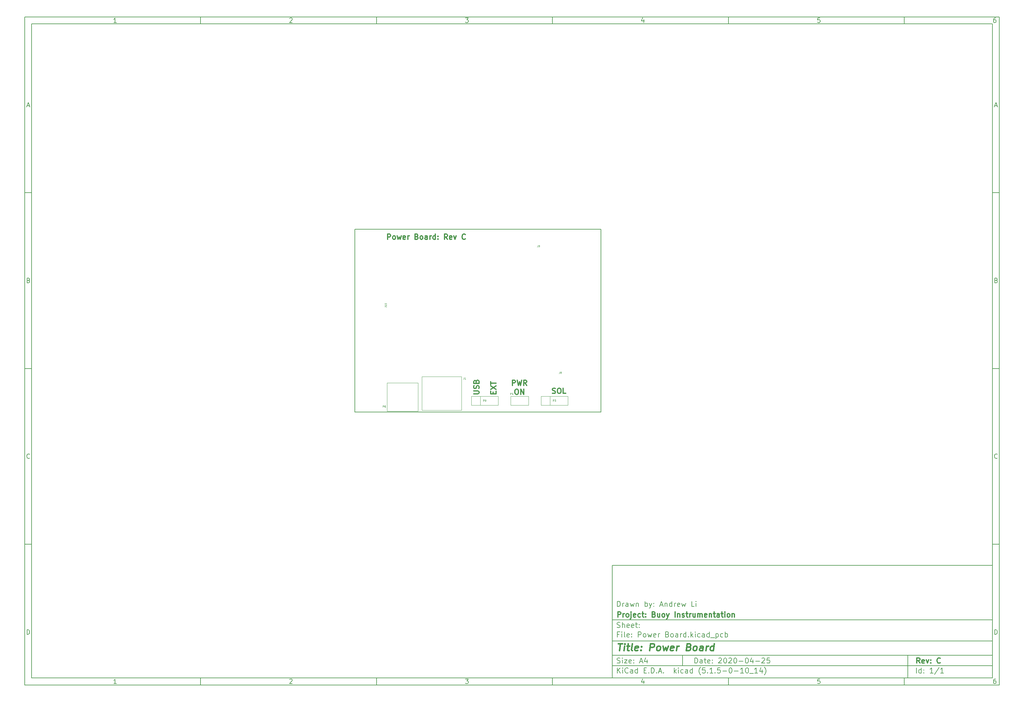
<source format=gto>
G04 #@! TF.GenerationSoftware,KiCad,Pcbnew,(5.1.5-0-10_14)*
G04 #@! TF.CreationDate,2020-04-26T15:29:48+12:00*
G04 #@! TF.ProjectId,Power Board,506f7765-7220-4426-9f61-72642e6b6963,C*
G04 #@! TF.SameCoordinates,Original*
G04 #@! TF.FileFunction,Legend,Top*
G04 #@! TF.FilePolarity,Positive*
%FSLAX46Y46*%
G04 Gerber Fmt 4.6, Leading zero omitted, Abs format (unit mm)*
G04 Created by KiCad (PCBNEW (5.1.5-0-10_14)) date 2020-04-26 15:29:48*
%MOMM*%
%LPD*%
G04 APERTURE LIST*
%ADD10C,0.100000*%
%ADD11C,0.150000*%
%ADD12C,0.300000*%
%ADD13C,0.400000*%
%ADD14C,0.200000*%
G04 APERTURE END LIST*
D10*
D11*
X177002200Y-166007200D02*
X177002200Y-198007200D01*
X285002200Y-198007200D01*
X285002200Y-166007200D01*
X177002200Y-166007200D01*
D10*
D11*
X10000000Y-10000000D02*
X10000000Y-200007200D01*
X287002200Y-200007200D01*
X287002200Y-10000000D01*
X10000000Y-10000000D01*
D10*
D11*
X12000000Y-12000000D02*
X12000000Y-198007200D01*
X285002200Y-198007200D01*
X285002200Y-12000000D01*
X12000000Y-12000000D01*
D10*
D11*
X60000000Y-12000000D02*
X60000000Y-10000000D01*
D10*
D11*
X110000000Y-12000000D02*
X110000000Y-10000000D01*
D10*
D11*
X160000000Y-12000000D02*
X160000000Y-10000000D01*
D10*
D11*
X210000000Y-12000000D02*
X210000000Y-10000000D01*
D10*
D11*
X260000000Y-12000000D02*
X260000000Y-10000000D01*
D10*
D11*
X36065476Y-11588095D02*
X35322619Y-11588095D01*
X35694047Y-11588095D02*
X35694047Y-10288095D01*
X35570238Y-10473809D01*
X35446428Y-10597619D01*
X35322619Y-10659523D01*
D10*
D11*
X85322619Y-10411904D02*
X85384523Y-10350000D01*
X85508333Y-10288095D01*
X85817857Y-10288095D01*
X85941666Y-10350000D01*
X86003571Y-10411904D01*
X86065476Y-10535714D01*
X86065476Y-10659523D01*
X86003571Y-10845238D01*
X85260714Y-11588095D01*
X86065476Y-11588095D01*
D10*
D11*
X135260714Y-10288095D02*
X136065476Y-10288095D01*
X135632142Y-10783333D01*
X135817857Y-10783333D01*
X135941666Y-10845238D01*
X136003571Y-10907142D01*
X136065476Y-11030952D01*
X136065476Y-11340476D01*
X136003571Y-11464285D01*
X135941666Y-11526190D01*
X135817857Y-11588095D01*
X135446428Y-11588095D01*
X135322619Y-11526190D01*
X135260714Y-11464285D01*
D10*
D11*
X185941666Y-10721428D02*
X185941666Y-11588095D01*
X185632142Y-10226190D02*
X185322619Y-11154761D01*
X186127380Y-11154761D01*
D10*
D11*
X236003571Y-10288095D02*
X235384523Y-10288095D01*
X235322619Y-10907142D01*
X235384523Y-10845238D01*
X235508333Y-10783333D01*
X235817857Y-10783333D01*
X235941666Y-10845238D01*
X236003571Y-10907142D01*
X236065476Y-11030952D01*
X236065476Y-11340476D01*
X236003571Y-11464285D01*
X235941666Y-11526190D01*
X235817857Y-11588095D01*
X235508333Y-11588095D01*
X235384523Y-11526190D01*
X235322619Y-11464285D01*
D10*
D11*
X285941666Y-10288095D02*
X285694047Y-10288095D01*
X285570238Y-10350000D01*
X285508333Y-10411904D01*
X285384523Y-10597619D01*
X285322619Y-10845238D01*
X285322619Y-11340476D01*
X285384523Y-11464285D01*
X285446428Y-11526190D01*
X285570238Y-11588095D01*
X285817857Y-11588095D01*
X285941666Y-11526190D01*
X286003571Y-11464285D01*
X286065476Y-11340476D01*
X286065476Y-11030952D01*
X286003571Y-10907142D01*
X285941666Y-10845238D01*
X285817857Y-10783333D01*
X285570238Y-10783333D01*
X285446428Y-10845238D01*
X285384523Y-10907142D01*
X285322619Y-11030952D01*
D10*
D11*
X60000000Y-198007200D02*
X60000000Y-200007200D01*
D10*
D11*
X110000000Y-198007200D02*
X110000000Y-200007200D01*
D10*
D11*
X160000000Y-198007200D02*
X160000000Y-200007200D01*
D10*
D11*
X210000000Y-198007200D02*
X210000000Y-200007200D01*
D10*
D11*
X260000000Y-198007200D02*
X260000000Y-200007200D01*
D10*
D11*
X36065476Y-199595295D02*
X35322619Y-199595295D01*
X35694047Y-199595295D02*
X35694047Y-198295295D01*
X35570238Y-198481009D01*
X35446428Y-198604819D01*
X35322619Y-198666723D01*
D10*
D11*
X85322619Y-198419104D02*
X85384523Y-198357200D01*
X85508333Y-198295295D01*
X85817857Y-198295295D01*
X85941666Y-198357200D01*
X86003571Y-198419104D01*
X86065476Y-198542914D01*
X86065476Y-198666723D01*
X86003571Y-198852438D01*
X85260714Y-199595295D01*
X86065476Y-199595295D01*
D10*
D11*
X135260714Y-198295295D02*
X136065476Y-198295295D01*
X135632142Y-198790533D01*
X135817857Y-198790533D01*
X135941666Y-198852438D01*
X136003571Y-198914342D01*
X136065476Y-199038152D01*
X136065476Y-199347676D01*
X136003571Y-199471485D01*
X135941666Y-199533390D01*
X135817857Y-199595295D01*
X135446428Y-199595295D01*
X135322619Y-199533390D01*
X135260714Y-199471485D01*
D10*
D11*
X185941666Y-198728628D02*
X185941666Y-199595295D01*
X185632142Y-198233390D02*
X185322619Y-199161961D01*
X186127380Y-199161961D01*
D10*
D11*
X236003571Y-198295295D02*
X235384523Y-198295295D01*
X235322619Y-198914342D01*
X235384523Y-198852438D01*
X235508333Y-198790533D01*
X235817857Y-198790533D01*
X235941666Y-198852438D01*
X236003571Y-198914342D01*
X236065476Y-199038152D01*
X236065476Y-199347676D01*
X236003571Y-199471485D01*
X235941666Y-199533390D01*
X235817857Y-199595295D01*
X235508333Y-199595295D01*
X235384523Y-199533390D01*
X235322619Y-199471485D01*
D10*
D11*
X285941666Y-198295295D02*
X285694047Y-198295295D01*
X285570238Y-198357200D01*
X285508333Y-198419104D01*
X285384523Y-198604819D01*
X285322619Y-198852438D01*
X285322619Y-199347676D01*
X285384523Y-199471485D01*
X285446428Y-199533390D01*
X285570238Y-199595295D01*
X285817857Y-199595295D01*
X285941666Y-199533390D01*
X286003571Y-199471485D01*
X286065476Y-199347676D01*
X286065476Y-199038152D01*
X286003571Y-198914342D01*
X285941666Y-198852438D01*
X285817857Y-198790533D01*
X285570238Y-198790533D01*
X285446428Y-198852438D01*
X285384523Y-198914342D01*
X285322619Y-199038152D01*
D10*
D11*
X10000000Y-60000000D02*
X12000000Y-60000000D01*
D10*
D11*
X10000000Y-110000000D02*
X12000000Y-110000000D01*
D10*
D11*
X10000000Y-160000000D02*
X12000000Y-160000000D01*
D10*
D11*
X10690476Y-35216666D02*
X11309523Y-35216666D01*
X10566666Y-35588095D02*
X11000000Y-34288095D01*
X11433333Y-35588095D01*
D10*
D11*
X11092857Y-84907142D02*
X11278571Y-84969047D01*
X11340476Y-85030952D01*
X11402380Y-85154761D01*
X11402380Y-85340476D01*
X11340476Y-85464285D01*
X11278571Y-85526190D01*
X11154761Y-85588095D01*
X10659523Y-85588095D01*
X10659523Y-84288095D01*
X11092857Y-84288095D01*
X11216666Y-84350000D01*
X11278571Y-84411904D01*
X11340476Y-84535714D01*
X11340476Y-84659523D01*
X11278571Y-84783333D01*
X11216666Y-84845238D01*
X11092857Y-84907142D01*
X10659523Y-84907142D01*
D10*
D11*
X11402380Y-135464285D02*
X11340476Y-135526190D01*
X11154761Y-135588095D01*
X11030952Y-135588095D01*
X10845238Y-135526190D01*
X10721428Y-135402380D01*
X10659523Y-135278571D01*
X10597619Y-135030952D01*
X10597619Y-134845238D01*
X10659523Y-134597619D01*
X10721428Y-134473809D01*
X10845238Y-134350000D01*
X11030952Y-134288095D01*
X11154761Y-134288095D01*
X11340476Y-134350000D01*
X11402380Y-134411904D01*
D10*
D11*
X10659523Y-185588095D02*
X10659523Y-184288095D01*
X10969047Y-184288095D01*
X11154761Y-184350000D01*
X11278571Y-184473809D01*
X11340476Y-184597619D01*
X11402380Y-184845238D01*
X11402380Y-185030952D01*
X11340476Y-185278571D01*
X11278571Y-185402380D01*
X11154761Y-185526190D01*
X10969047Y-185588095D01*
X10659523Y-185588095D01*
D10*
D11*
X287002200Y-60000000D02*
X285002200Y-60000000D01*
D10*
D11*
X287002200Y-110000000D02*
X285002200Y-110000000D01*
D10*
D11*
X287002200Y-160000000D02*
X285002200Y-160000000D01*
D10*
D11*
X285692676Y-35216666D02*
X286311723Y-35216666D01*
X285568866Y-35588095D02*
X286002200Y-34288095D01*
X286435533Y-35588095D01*
D10*
D11*
X286095057Y-84907142D02*
X286280771Y-84969047D01*
X286342676Y-85030952D01*
X286404580Y-85154761D01*
X286404580Y-85340476D01*
X286342676Y-85464285D01*
X286280771Y-85526190D01*
X286156961Y-85588095D01*
X285661723Y-85588095D01*
X285661723Y-84288095D01*
X286095057Y-84288095D01*
X286218866Y-84350000D01*
X286280771Y-84411904D01*
X286342676Y-84535714D01*
X286342676Y-84659523D01*
X286280771Y-84783333D01*
X286218866Y-84845238D01*
X286095057Y-84907142D01*
X285661723Y-84907142D01*
D10*
D11*
X286404580Y-135464285D02*
X286342676Y-135526190D01*
X286156961Y-135588095D01*
X286033152Y-135588095D01*
X285847438Y-135526190D01*
X285723628Y-135402380D01*
X285661723Y-135278571D01*
X285599819Y-135030952D01*
X285599819Y-134845238D01*
X285661723Y-134597619D01*
X285723628Y-134473809D01*
X285847438Y-134350000D01*
X286033152Y-134288095D01*
X286156961Y-134288095D01*
X286342676Y-134350000D01*
X286404580Y-134411904D01*
D10*
D11*
X285661723Y-185588095D02*
X285661723Y-184288095D01*
X285971247Y-184288095D01*
X286156961Y-184350000D01*
X286280771Y-184473809D01*
X286342676Y-184597619D01*
X286404580Y-184845238D01*
X286404580Y-185030952D01*
X286342676Y-185278571D01*
X286280771Y-185402380D01*
X286156961Y-185526190D01*
X285971247Y-185588095D01*
X285661723Y-185588095D01*
D10*
D11*
X200434342Y-193785771D02*
X200434342Y-192285771D01*
X200791485Y-192285771D01*
X201005771Y-192357200D01*
X201148628Y-192500057D01*
X201220057Y-192642914D01*
X201291485Y-192928628D01*
X201291485Y-193142914D01*
X201220057Y-193428628D01*
X201148628Y-193571485D01*
X201005771Y-193714342D01*
X200791485Y-193785771D01*
X200434342Y-193785771D01*
X202577200Y-193785771D02*
X202577200Y-193000057D01*
X202505771Y-192857200D01*
X202362914Y-192785771D01*
X202077200Y-192785771D01*
X201934342Y-192857200D01*
X202577200Y-193714342D02*
X202434342Y-193785771D01*
X202077200Y-193785771D01*
X201934342Y-193714342D01*
X201862914Y-193571485D01*
X201862914Y-193428628D01*
X201934342Y-193285771D01*
X202077200Y-193214342D01*
X202434342Y-193214342D01*
X202577200Y-193142914D01*
X203077200Y-192785771D02*
X203648628Y-192785771D01*
X203291485Y-192285771D02*
X203291485Y-193571485D01*
X203362914Y-193714342D01*
X203505771Y-193785771D01*
X203648628Y-193785771D01*
X204720057Y-193714342D02*
X204577200Y-193785771D01*
X204291485Y-193785771D01*
X204148628Y-193714342D01*
X204077200Y-193571485D01*
X204077200Y-193000057D01*
X204148628Y-192857200D01*
X204291485Y-192785771D01*
X204577200Y-192785771D01*
X204720057Y-192857200D01*
X204791485Y-193000057D01*
X204791485Y-193142914D01*
X204077200Y-193285771D01*
X205434342Y-193642914D02*
X205505771Y-193714342D01*
X205434342Y-193785771D01*
X205362914Y-193714342D01*
X205434342Y-193642914D01*
X205434342Y-193785771D01*
X205434342Y-192857200D02*
X205505771Y-192928628D01*
X205434342Y-193000057D01*
X205362914Y-192928628D01*
X205434342Y-192857200D01*
X205434342Y-193000057D01*
X207220057Y-192428628D02*
X207291485Y-192357200D01*
X207434342Y-192285771D01*
X207791485Y-192285771D01*
X207934342Y-192357200D01*
X208005771Y-192428628D01*
X208077200Y-192571485D01*
X208077200Y-192714342D01*
X208005771Y-192928628D01*
X207148628Y-193785771D01*
X208077200Y-193785771D01*
X209005771Y-192285771D02*
X209148628Y-192285771D01*
X209291485Y-192357200D01*
X209362914Y-192428628D01*
X209434342Y-192571485D01*
X209505771Y-192857200D01*
X209505771Y-193214342D01*
X209434342Y-193500057D01*
X209362914Y-193642914D01*
X209291485Y-193714342D01*
X209148628Y-193785771D01*
X209005771Y-193785771D01*
X208862914Y-193714342D01*
X208791485Y-193642914D01*
X208720057Y-193500057D01*
X208648628Y-193214342D01*
X208648628Y-192857200D01*
X208720057Y-192571485D01*
X208791485Y-192428628D01*
X208862914Y-192357200D01*
X209005771Y-192285771D01*
X210077200Y-192428628D02*
X210148628Y-192357200D01*
X210291485Y-192285771D01*
X210648628Y-192285771D01*
X210791485Y-192357200D01*
X210862914Y-192428628D01*
X210934342Y-192571485D01*
X210934342Y-192714342D01*
X210862914Y-192928628D01*
X210005771Y-193785771D01*
X210934342Y-193785771D01*
X211862914Y-192285771D02*
X212005771Y-192285771D01*
X212148628Y-192357200D01*
X212220057Y-192428628D01*
X212291485Y-192571485D01*
X212362914Y-192857200D01*
X212362914Y-193214342D01*
X212291485Y-193500057D01*
X212220057Y-193642914D01*
X212148628Y-193714342D01*
X212005771Y-193785771D01*
X211862914Y-193785771D01*
X211720057Y-193714342D01*
X211648628Y-193642914D01*
X211577200Y-193500057D01*
X211505771Y-193214342D01*
X211505771Y-192857200D01*
X211577200Y-192571485D01*
X211648628Y-192428628D01*
X211720057Y-192357200D01*
X211862914Y-192285771D01*
X213005771Y-193214342D02*
X214148628Y-193214342D01*
X215148628Y-192285771D02*
X215291485Y-192285771D01*
X215434342Y-192357200D01*
X215505771Y-192428628D01*
X215577200Y-192571485D01*
X215648628Y-192857200D01*
X215648628Y-193214342D01*
X215577200Y-193500057D01*
X215505771Y-193642914D01*
X215434342Y-193714342D01*
X215291485Y-193785771D01*
X215148628Y-193785771D01*
X215005771Y-193714342D01*
X214934342Y-193642914D01*
X214862914Y-193500057D01*
X214791485Y-193214342D01*
X214791485Y-192857200D01*
X214862914Y-192571485D01*
X214934342Y-192428628D01*
X215005771Y-192357200D01*
X215148628Y-192285771D01*
X216934342Y-192785771D02*
X216934342Y-193785771D01*
X216577200Y-192214342D02*
X216220057Y-193285771D01*
X217148628Y-193285771D01*
X217720057Y-193214342D02*
X218862914Y-193214342D01*
X219505771Y-192428628D02*
X219577200Y-192357200D01*
X219720057Y-192285771D01*
X220077200Y-192285771D01*
X220220057Y-192357200D01*
X220291485Y-192428628D01*
X220362914Y-192571485D01*
X220362914Y-192714342D01*
X220291485Y-192928628D01*
X219434342Y-193785771D01*
X220362914Y-193785771D01*
X221720057Y-192285771D02*
X221005771Y-192285771D01*
X220934342Y-193000057D01*
X221005771Y-192928628D01*
X221148628Y-192857200D01*
X221505771Y-192857200D01*
X221648628Y-192928628D01*
X221720057Y-193000057D01*
X221791485Y-193142914D01*
X221791485Y-193500057D01*
X221720057Y-193642914D01*
X221648628Y-193714342D01*
X221505771Y-193785771D01*
X221148628Y-193785771D01*
X221005771Y-193714342D01*
X220934342Y-193642914D01*
D10*
D11*
X177002200Y-194507200D02*
X285002200Y-194507200D01*
D10*
D11*
X178434342Y-196585771D02*
X178434342Y-195085771D01*
X179291485Y-196585771D02*
X178648628Y-195728628D01*
X179291485Y-195085771D02*
X178434342Y-195942914D01*
X179934342Y-196585771D02*
X179934342Y-195585771D01*
X179934342Y-195085771D02*
X179862914Y-195157200D01*
X179934342Y-195228628D01*
X180005771Y-195157200D01*
X179934342Y-195085771D01*
X179934342Y-195228628D01*
X181505771Y-196442914D02*
X181434342Y-196514342D01*
X181220057Y-196585771D01*
X181077200Y-196585771D01*
X180862914Y-196514342D01*
X180720057Y-196371485D01*
X180648628Y-196228628D01*
X180577200Y-195942914D01*
X180577200Y-195728628D01*
X180648628Y-195442914D01*
X180720057Y-195300057D01*
X180862914Y-195157200D01*
X181077200Y-195085771D01*
X181220057Y-195085771D01*
X181434342Y-195157200D01*
X181505771Y-195228628D01*
X182791485Y-196585771D02*
X182791485Y-195800057D01*
X182720057Y-195657200D01*
X182577200Y-195585771D01*
X182291485Y-195585771D01*
X182148628Y-195657200D01*
X182791485Y-196514342D02*
X182648628Y-196585771D01*
X182291485Y-196585771D01*
X182148628Y-196514342D01*
X182077200Y-196371485D01*
X182077200Y-196228628D01*
X182148628Y-196085771D01*
X182291485Y-196014342D01*
X182648628Y-196014342D01*
X182791485Y-195942914D01*
X184148628Y-196585771D02*
X184148628Y-195085771D01*
X184148628Y-196514342D02*
X184005771Y-196585771D01*
X183720057Y-196585771D01*
X183577200Y-196514342D01*
X183505771Y-196442914D01*
X183434342Y-196300057D01*
X183434342Y-195871485D01*
X183505771Y-195728628D01*
X183577200Y-195657200D01*
X183720057Y-195585771D01*
X184005771Y-195585771D01*
X184148628Y-195657200D01*
X186005771Y-195800057D02*
X186505771Y-195800057D01*
X186720057Y-196585771D02*
X186005771Y-196585771D01*
X186005771Y-195085771D01*
X186720057Y-195085771D01*
X187362914Y-196442914D02*
X187434342Y-196514342D01*
X187362914Y-196585771D01*
X187291485Y-196514342D01*
X187362914Y-196442914D01*
X187362914Y-196585771D01*
X188077200Y-196585771D02*
X188077200Y-195085771D01*
X188434342Y-195085771D01*
X188648628Y-195157200D01*
X188791485Y-195300057D01*
X188862914Y-195442914D01*
X188934342Y-195728628D01*
X188934342Y-195942914D01*
X188862914Y-196228628D01*
X188791485Y-196371485D01*
X188648628Y-196514342D01*
X188434342Y-196585771D01*
X188077200Y-196585771D01*
X189577200Y-196442914D02*
X189648628Y-196514342D01*
X189577200Y-196585771D01*
X189505771Y-196514342D01*
X189577200Y-196442914D01*
X189577200Y-196585771D01*
X190220057Y-196157200D02*
X190934342Y-196157200D01*
X190077200Y-196585771D02*
X190577200Y-195085771D01*
X191077200Y-196585771D01*
X191577200Y-196442914D02*
X191648628Y-196514342D01*
X191577200Y-196585771D01*
X191505771Y-196514342D01*
X191577200Y-196442914D01*
X191577200Y-196585771D01*
X194577200Y-196585771D02*
X194577200Y-195085771D01*
X194720057Y-196014342D02*
X195148628Y-196585771D01*
X195148628Y-195585771D02*
X194577200Y-196157200D01*
X195791485Y-196585771D02*
X195791485Y-195585771D01*
X195791485Y-195085771D02*
X195720057Y-195157200D01*
X195791485Y-195228628D01*
X195862914Y-195157200D01*
X195791485Y-195085771D01*
X195791485Y-195228628D01*
X197148628Y-196514342D02*
X197005771Y-196585771D01*
X196720057Y-196585771D01*
X196577200Y-196514342D01*
X196505771Y-196442914D01*
X196434342Y-196300057D01*
X196434342Y-195871485D01*
X196505771Y-195728628D01*
X196577200Y-195657200D01*
X196720057Y-195585771D01*
X197005771Y-195585771D01*
X197148628Y-195657200D01*
X198434342Y-196585771D02*
X198434342Y-195800057D01*
X198362914Y-195657200D01*
X198220057Y-195585771D01*
X197934342Y-195585771D01*
X197791485Y-195657200D01*
X198434342Y-196514342D02*
X198291485Y-196585771D01*
X197934342Y-196585771D01*
X197791485Y-196514342D01*
X197720057Y-196371485D01*
X197720057Y-196228628D01*
X197791485Y-196085771D01*
X197934342Y-196014342D01*
X198291485Y-196014342D01*
X198434342Y-195942914D01*
X199791485Y-196585771D02*
X199791485Y-195085771D01*
X199791485Y-196514342D02*
X199648628Y-196585771D01*
X199362914Y-196585771D01*
X199220057Y-196514342D01*
X199148628Y-196442914D01*
X199077200Y-196300057D01*
X199077200Y-195871485D01*
X199148628Y-195728628D01*
X199220057Y-195657200D01*
X199362914Y-195585771D01*
X199648628Y-195585771D01*
X199791485Y-195657200D01*
X202077200Y-197157200D02*
X202005771Y-197085771D01*
X201862914Y-196871485D01*
X201791485Y-196728628D01*
X201720057Y-196514342D01*
X201648628Y-196157200D01*
X201648628Y-195871485D01*
X201720057Y-195514342D01*
X201791485Y-195300057D01*
X201862914Y-195157200D01*
X202005771Y-194942914D01*
X202077200Y-194871485D01*
X203362914Y-195085771D02*
X202648628Y-195085771D01*
X202577200Y-195800057D01*
X202648628Y-195728628D01*
X202791485Y-195657200D01*
X203148628Y-195657200D01*
X203291485Y-195728628D01*
X203362914Y-195800057D01*
X203434342Y-195942914D01*
X203434342Y-196300057D01*
X203362914Y-196442914D01*
X203291485Y-196514342D01*
X203148628Y-196585771D01*
X202791485Y-196585771D01*
X202648628Y-196514342D01*
X202577200Y-196442914D01*
X204077200Y-196442914D02*
X204148628Y-196514342D01*
X204077200Y-196585771D01*
X204005771Y-196514342D01*
X204077200Y-196442914D01*
X204077200Y-196585771D01*
X205577200Y-196585771D02*
X204720057Y-196585771D01*
X205148628Y-196585771D02*
X205148628Y-195085771D01*
X205005771Y-195300057D01*
X204862914Y-195442914D01*
X204720057Y-195514342D01*
X206220057Y-196442914D02*
X206291485Y-196514342D01*
X206220057Y-196585771D01*
X206148628Y-196514342D01*
X206220057Y-196442914D01*
X206220057Y-196585771D01*
X207648628Y-195085771D02*
X206934342Y-195085771D01*
X206862914Y-195800057D01*
X206934342Y-195728628D01*
X207077200Y-195657200D01*
X207434342Y-195657200D01*
X207577200Y-195728628D01*
X207648628Y-195800057D01*
X207720057Y-195942914D01*
X207720057Y-196300057D01*
X207648628Y-196442914D01*
X207577200Y-196514342D01*
X207434342Y-196585771D01*
X207077200Y-196585771D01*
X206934342Y-196514342D01*
X206862914Y-196442914D01*
X208362914Y-196014342D02*
X209505771Y-196014342D01*
X210505771Y-195085771D02*
X210648628Y-195085771D01*
X210791485Y-195157200D01*
X210862914Y-195228628D01*
X210934342Y-195371485D01*
X211005771Y-195657200D01*
X211005771Y-196014342D01*
X210934342Y-196300057D01*
X210862914Y-196442914D01*
X210791485Y-196514342D01*
X210648628Y-196585771D01*
X210505771Y-196585771D01*
X210362914Y-196514342D01*
X210291485Y-196442914D01*
X210220057Y-196300057D01*
X210148628Y-196014342D01*
X210148628Y-195657200D01*
X210220057Y-195371485D01*
X210291485Y-195228628D01*
X210362914Y-195157200D01*
X210505771Y-195085771D01*
X211648628Y-196014342D02*
X212791485Y-196014342D01*
X214291485Y-196585771D02*
X213434342Y-196585771D01*
X213862914Y-196585771D02*
X213862914Y-195085771D01*
X213720057Y-195300057D01*
X213577200Y-195442914D01*
X213434342Y-195514342D01*
X215220057Y-195085771D02*
X215362914Y-195085771D01*
X215505771Y-195157200D01*
X215577200Y-195228628D01*
X215648628Y-195371485D01*
X215720057Y-195657200D01*
X215720057Y-196014342D01*
X215648628Y-196300057D01*
X215577200Y-196442914D01*
X215505771Y-196514342D01*
X215362914Y-196585771D01*
X215220057Y-196585771D01*
X215077200Y-196514342D01*
X215005771Y-196442914D01*
X214934342Y-196300057D01*
X214862914Y-196014342D01*
X214862914Y-195657200D01*
X214934342Y-195371485D01*
X215005771Y-195228628D01*
X215077200Y-195157200D01*
X215220057Y-195085771D01*
X216005771Y-196728628D02*
X217148628Y-196728628D01*
X218291485Y-196585771D02*
X217434342Y-196585771D01*
X217862914Y-196585771D02*
X217862914Y-195085771D01*
X217720057Y-195300057D01*
X217577200Y-195442914D01*
X217434342Y-195514342D01*
X219577200Y-195585771D02*
X219577200Y-196585771D01*
X219220057Y-195014342D02*
X218862914Y-196085771D01*
X219791485Y-196085771D01*
X220220057Y-197157200D02*
X220291485Y-197085771D01*
X220434342Y-196871485D01*
X220505771Y-196728628D01*
X220577200Y-196514342D01*
X220648628Y-196157200D01*
X220648628Y-195871485D01*
X220577200Y-195514342D01*
X220505771Y-195300057D01*
X220434342Y-195157200D01*
X220291485Y-194942914D01*
X220220057Y-194871485D01*
D10*
D11*
X177002200Y-191507200D02*
X285002200Y-191507200D01*
D10*
D12*
X264411485Y-193785771D02*
X263911485Y-193071485D01*
X263554342Y-193785771D02*
X263554342Y-192285771D01*
X264125771Y-192285771D01*
X264268628Y-192357200D01*
X264340057Y-192428628D01*
X264411485Y-192571485D01*
X264411485Y-192785771D01*
X264340057Y-192928628D01*
X264268628Y-193000057D01*
X264125771Y-193071485D01*
X263554342Y-193071485D01*
X265625771Y-193714342D02*
X265482914Y-193785771D01*
X265197200Y-193785771D01*
X265054342Y-193714342D01*
X264982914Y-193571485D01*
X264982914Y-193000057D01*
X265054342Y-192857200D01*
X265197200Y-192785771D01*
X265482914Y-192785771D01*
X265625771Y-192857200D01*
X265697200Y-193000057D01*
X265697200Y-193142914D01*
X264982914Y-193285771D01*
X266197200Y-192785771D02*
X266554342Y-193785771D01*
X266911485Y-192785771D01*
X267482914Y-193642914D02*
X267554342Y-193714342D01*
X267482914Y-193785771D01*
X267411485Y-193714342D01*
X267482914Y-193642914D01*
X267482914Y-193785771D01*
X267482914Y-192857200D02*
X267554342Y-192928628D01*
X267482914Y-193000057D01*
X267411485Y-192928628D01*
X267482914Y-192857200D01*
X267482914Y-193000057D01*
X270197200Y-193642914D02*
X270125771Y-193714342D01*
X269911485Y-193785771D01*
X269768628Y-193785771D01*
X269554342Y-193714342D01*
X269411485Y-193571485D01*
X269340057Y-193428628D01*
X269268628Y-193142914D01*
X269268628Y-192928628D01*
X269340057Y-192642914D01*
X269411485Y-192500057D01*
X269554342Y-192357200D01*
X269768628Y-192285771D01*
X269911485Y-192285771D01*
X270125771Y-192357200D01*
X270197200Y-192428628D01*
D10*
D11*
X178362914Y-193714342D02*
X178577200Y-193785771D01*
X178934342Y-193785771D01*
X179077200Y-193714342D01*
X179148628Y-193642914D01*
X179220057Y-193500057D01*
X179220057Y-193357200D01*
X179148628Y-193214342D01*
X179077200Y-193142914D01*
X178934342Y-193071485D01*
X178648628Y-193000057D01*
X178505771Y-192928628D01*
X178434342Y-192857200D01*
X178362914Y-192714342D01*
X178362914Y-192571485D01*
X178434342Y-192428628D01*
X178505771Y-192357200D01*
X178648628Y-192285771D01*
X179005771Y-192285771D01*
X179220057Y-192357200D01*
X179862914Y-193785771D02*
X179862914Y-192785771D01*
X179862914Y-192285771D02*
X179791485Y-192357200D01*
X179862914Y-192428628D01*
X179934342Y-192357200D01*
X179862914Y-192285771D01*
X179862914Y-192428628D01*
X180434342Y-192785771D02*
X181220057Y-192785771D01*
X180434342Y-193785771D01*
X181220057Y-193785771D01*
X182362914Y-193714342D02*
X182220057Y-193785771D01*
X181934342Y-193785771D01*
X181791485Y-193714342D01*
X181720057Y-193571485D01*
X181720057Y-193000057D01*
X181791485Y-192857200D01*
X181934342Y-192785771D01*
X182220057Y-192785771D01*
X182362914Y-192857200D01*
X182434342Y-193000057D01*
X182434342Y-193142914D01*
X181720057Y-193285771D01*
X183077200Y-193642914D02*
X183148628Y-193714342D01*
X183077200Y-193785771D01*
X183005771Y-193714342D01*
X183077200Y-193642914D01*
X183077200Y-193785771D01*
X183077200Y-192857200D02*
X183148628Y-192928628D01*
X183077200Y-193000057D01*
X183005771Y-192928628D01*
X183077200Y-192857200D01*
X183077200Y-193000057D01*
X184862914Y-193357200D02*
X185577200Y-193357200D01*
X184720057Y-193785771D02*
X185220057Y-192285771D01*
X185720057Y-193785771D01*
X186862914Y-192785771D02*
X186862914Y-193785771D01*
X186505771Y-192214342D02*
X186148628Y-193285771D01*
X187077200Y-193285771D01*
D10*
D11*
X263434342Y-196585771D02*
X263434342Y-195085771D01*
X264791485Y-196585771D02*
X264791485Y-195085771D01*
X264791485Y-196514342D02*
X264648628Y-196585771D01*
X264362914Y-196585771D01*
X264220057Y-196514342D01*
X264148628Y-196442914D01*
X264077200Y-196300057D01*
X264077200Y-195871485D01*
X264148628Y-195728628D01*
X264220057Y-195657200D01*
X264362914Y-195585771D01*
X264648628Y-195585771D01*
X264791485Y-195657200D01*
X265505771Y-196442914D02*
X265577200Y-196514342D01*
X265505771Y-196585771D01*
X265434342Y-196514342D01*
X265505771Y-196442914D01*
X265505771Y-196585771D01*
X265505771Y-195657200D02*
X265577200Y-195728628D01*
X265505771Y-195800057D01*
X265434342Y-195728628D01*
X265505771Y-195657200D01*
X265505771Y-195800057D01*
X268148628Y-196585771D02*
X267291485Y-196585771D01*
X267720057Y-196585771D02*
X267720057Y-195085771D01*
X267577200Y-195300057D01*
X267434342Y-195442914D01*
X267291485Y-195514342D01*
X269862914Y-195014342D02*
X268577200Y-196942914D01*
X271148628Y-196585771D02*
X270291485Y-196585771D01*
X270720057Y-196585771D02*
X270720057Y-195085771D01*
X270577200Y-195300057D01*
X270434342Y-195442914D01*
X270291485Y-195514342D01*
D10*
D11*
X177002200Y-187507200D02*
X285002200Y-187507200D01*
D10*
D13*
X178714580Y-188211961D02*
X179857438Y-188211961D01*
X179036009Y-190211961D02*
X179286009Y-188211961D01*
X180274104Y-190211961D02*
X180440771Y-188878628D01*
X180524104Y-188211961D02*
X180416961Y-188307200D01*
X180500295Y-188402438D01*
X180607438Y-188307200D01*
X180524104Y-188211961D01*
X180500295Y-188402438D01*
X181107438Y-188878628D02*
X181869342Y-188878628D01*
X181476485Y-188211961D02*
X181262200Y-189926247D01*
X181333628Y-190116723D01*
X181512200Y-190211961D01*
X181702676Y-190211961D01*
X182655057Y-190211961D02*
X182476485Y-190116723D01*
X182405057Y-189926247D01*
X182619342Y-188211961D01*
X184190771Y-190116723D02*
X183988390Y-190211961D01*
X183607438Y-190211961D01*
X183428866Y-190116723D01*
X183357438Y-189926247D01*
X183452676Y-189164342D01*
X183571723Y-188973866D01*
X183774104Y-188878628D01*
X184155057Y-188878628D01*
X184333628Y-188973866D01*
X184405057Y-189164342D01*
X184381247Y-189354819D01*
X183405057Y-189545295D01*
X185155057Y-190021485D02*
X185238390Y-190116723D01*
X185131247Y-190211961D01*
X185047914Y-190116723D01*
X185155057Y-190021485D01*
X185131247Y-190211961D01*
X185286009Y-188973866D02*
X185369342Y-189069104D01*
X185262200Y-189164342D01*
X185178866Y-189069104D01*
X185286009Y-188973866D01*
X185262200Y-189164342D01*
X187607438Y-190211961D02*
X187857438Y-188211961D01*
X188619342Y-188211961D01*
X188797914Y-188307200D01*
X188881247Y-188402438D01*
X188952676Y-188592914D01*
X188916961Y-188878628D01*
X188797914Y-189069104D01*
X188690771Y-189164342D01*
X188488390Y-189259580D01*
X187726485Y-189259580D01*
X189893152Y-190211961D02*
X189714580Y-190116723D01*
X189631247Y-190021485D01*
X189559819Y-189831009D01*
X189631247Y-189259580D01*
X189750295Y-189069104D01*
X189857438Y-188973866D01*
X190059819Y-188878628D01*
X190345533Y-188878628D01*
X190524104Y-188973866D01*
X190607438Y-189069104D01*
X190678866Y-189259580D01*
X190607438Y-189831009D01*
X190488390Y-190021485D01*
X190381247Y-190116723D01*
X190178866Y-190211961D01*
X189893152Y-190211961D01*
X191393152Y-188878628D02*
X191607438Y-190211961D01*
X192107438Y-189259580D01*
X192369342Y-190211961D01*
X192916961Y-188878628D01*
X194286009Y-190116723D02*
X194083628Y-190211961D01*
X193702676Y-190211961D01*
X193524104Y-190116723D01*
X193452676Y-189926247D01*
X193547914Y-189164342D01*
X193666961Y-188973866D01*
X193869342Y-188878628D01*
X194250295Y-188878628D01*
X194428866Y-188973866D01*
X194500295Y-189164342D01*
X194476485Y-189354819D01*
X193500295Y-189545295D01*
X195226485Y-190211961D02*
X195393152Y-188878628D01*
X195345533Y-189259580D02*
X195464580Y-189069104D01*
X195571723Y-188973866D01*
X195774104Y-188878628D01*
X195964580Y-188878628D01*
X198786009Y-189164342D02*
X199059819Y-189259580D01*
X199143152Y-189354819D01*
X199214580Y-189545295D01*
X199178866Y-189831009D01*
X199059819Y-190021485D01*
X198952676Y-190116723D01*
X198750295Y-190211961D01*
X197988390Y-190211961D01*
X198238390Y-188211961D01*
X198905057Y-188211961D01*
X199083628Y-188307200D01*
X199166961Y-188402438D01*
X199238390Y-188592914D01*
X199214580Y-188783390D01*
X199095533Y-188973866D01*
X198988390Y-189069104D01*
X198786009Y-189164342D01*
X198119342Y-189164342D01*
X200274104Y-190211961D02*
X200095533Y-190116723D01*
X200012200Y-190021485D01*
X199940771Y-189831009D01*
X200012200Y-189259580D01*
X200131247Y-189069104D01*
X200238390Y-188973866D01*
X200440771Y-188878628D01*
X200726485Y-188878628D01*
X200905057Y-188973866D01*
X200988390Y-189069104D01*
X201059819Y-189259580D01*
X200988390Y-189831009D01*
X200869342Y-190021485D01*
X200762200Y-190116723D01*
X200559819Y-190211961D01*
X200274104Y-190211961D01*
X202655057Y-190211961D02*
X202786009Y-189164342D01*
X202714580Y-188973866D01*
X202536009Y-188878628D01*
X202155057Y-188878628D01*
X201952676Y-188973866D01*
X202666961Y-190116723D02*
X202464580Y-190211961D01*
X201988390Y-190211961D01*
X201809819Y-190116723D01*
X201738390Y-189926247D01*
X201762200Y-189735771D01*
X201881247Y-189545295D01*
X202083628Y-189450057D01*
X202559819Y-189450057D01*
X202762200Y-189354819D01*
X203607438Y-190211961D02*
X203774104Y-188878628D01*
X203726485Y-189259580D02*
X203845533Y-189069104D01*
X203952676Y-188973866D01*
X204155057Y-188878628D01*
X204345533Y-188878628D01*
X205702676Y-190211961D02*
X205952676Y-188211961D01*
X205714580Y-190116723D02*
X205512200Y-190211961D01*
X205131247Y-190211961D01*
X204952676Y-190116723D01*
X204869342Y-190021485D01*
X204797914Y-189831009D01*
X204869342Y-189259580D01*
X204988390Y-189069104D01*
X205095533Y-188973866D01*
X205297914Y-188878628D01*
X205678866Y-188878628D01*
X205857438Y-188973866D01*
D10*
D11*
X178934342Y-185600057D02*
X178434342Y-185600057D01*
X178434342Y-186385771D02*
X178434342Y-184885771D01*
X179148628Y-184885771D01*
X179720057Y-186385771D02*
X179720057Y-185385771D01*
X179720057Y-184885771D02*
X179648628Y-184957200D01*
X179720057Y-185028628D01*
X179791485Y-184957200D01*
X179720057Y-184885771D01*
X179720057Y-185028628D01*
X180648628Y-186385771D02*
X180505771Y-186314342D01*
X180434342Y-186171485D01*
X180434342Y-184885771D01*
X181791485Y-186314342D02*
X181648628Y-186385771D01*
X181362914Y-186385771D01*
X181220057Y-186314342D01*
X181148628Y-186171485D01*
X181148628Y-185600057D01*
X181220057Y-185457200D01*
X181362914Y-185385771D01*
X181648628Y-185385771D01*
X181791485Y-185457200D01*
X181862914Y-185600057D01*
X181862914Y-185742914D01*
X181148628Y-185885771D01*
X182505771Y-186242914D02*
X182577200Y-186314342D01*
X182505771Y-186385771D01*
X182434342Y-186314342D01*
X182505771Y-186242914D01*
X182505771Y-186385771D01*
X182505771Y-185457200D02*
X182577200Y-185528628D01*
X182505771Y-185600057D01*
X182434342Y-185528628D01*
X182505771Y-185457200D01*
X182505771Y-185600057D01*
X184362914Y-186385771D02*
X184362914Y-184885771D01*
X184934342Y-184885771D01*
X185077200Y-184957200D01*
X185148628Y-185028628D01*
X185220057Y-185171485D01*
X185220057Y-185385771D01*
X185148628Y-185528628D01*
X185077200Y-185600057D01*
X184934342Y-185671485D01*
X184362914Y-185671485D01*
X186077200Y-186385771D02*
X185934342Y-186314342D01*
X185862914Y-186242914D01*
X185791485Y-186100057D01*
X185791485Y-185671485D01*
X185862914Y-185528628D01*
X185934342Y-185457200D01*
X186077200Y-185385771D01*
X186291485Y-185385771D01*
X186434342Y-185457200D01*
X186505771Y-185528628D01*
X186577200Y-185671485D01*
X186577200Y-186100057D01*
X186505771Y-186242914D01*
X186434342Y-186314342D01*
X186291485Y-186385771D01*
X186077200Y-186385771D01*
X187077200Y-185385771D02*
X187362914Y-186385771D01*
X187648628Y-185671485D01*
X187934342Y-186385771D01*
X188220057Y-185385771D01*
X189362914Y-186314342D02*
X189220057Y-186385771D01*
X188934342Y-186385771D01*
X188791485Y-186314342D01*
X188720057Y-186171485D01*
X188720057Y-185600057D01*
X188791485Y-185457200D01*
X188934342Y-185385771D01*
X189220057Y-185385771D01*
X189362914Y-185457200D01*
X189434342Y-185600057D01*
X189434342Y-185742914D01*
X188720057Y-185885771D01*
X190077200Y-186385771D02*
X190077200Y-185385771D01*
X190077200Y-185671485D02*
X190148628Y-185528628D01*
X190220057Y-185457200D01*
X190362914Y-185385771D01*
X190505771Y-185385771D01*
X192648628Y-185600057D02*
X192862914Y-185671485D01*
X192934342Y-185742914D01*
X193005771Y-185885771D01*
X193005771Y-186100057D01*
X192934342Y-186242914D01*
X192862914Y-186314342D01*
X192720057Y-186385771D01*
X192148628Y-186385771D01*
X192148628Y-184885771D01*
X192648628Y-184885771D01*
X192791485Y-184957200D01*
X192862914Y-185028628D01*
X192934342Y-185171485D01*
X192934342Y-185314342D01*
X192862914Y-185457200D01*
X192791485Y-185528628D01*
X192648628Y-185600057D01*
X192148628Y-185600057D01*
X193862914Y-186385771D02*
X193720057Y-186314342D01*
X193648628Y-186242914D01*
X193577200Y-186100057D01*
X193577200Y-185671485D01*
X193648628Y-185528628D01*
X193720057Y-185457200D01*
X193862914Y-185385771D01*
X194077200Y-185385771D01*
X194220057Y-185457200D01*
X194291485Y-185528628D01*
X194362914Y-185671485D01*
X194362914Y-186100057D01*
X194291485Y-186242914D01*
X194220057Y-186314342D01*
X194077200Y-186385771D01*
X193862914Y-186385771D01*
X195648628Y-186385771D02*
X195648628Y-185600057D01*
X195577200Y-185457200D01*
X195434342Y-185385771D01*
X195148628Y-185385771D01*
X195005771Y-185457200D01*
X195648628Y-186314342D02*
X195505771Y-186385771D01*
X195148628Y-186385771D01*
X195005771Y-186314342D01*
X194934342Y-186171485D01*
X194934342Y-186028628D01*
X195005771Y-185885771D01*
X195148628Y-185814342D01*
X195505771Y-185814342D01*
X195648628Y-185742914D01*
X196362914Y-186385771D02*
X196362914Y-185385771D01*
X196362914Y-185671485D02*
X196434342Y-185528628D01*
X196505771Y-185457200D01*
X196648628Y-185385771D01*
X196791485Y-185385771D01*
X197934342Y-186385771D02*
X197934342Y-184885771D01*
X197934342Y-186314342D02*
X197791485Y-186385771D01*
X197505771Y-186385771D01*
X197362914Y-186314342D01*
X197291485Y-186242914D01*
X197220057Y-186100057D01*
X197220057Y-185671485D01*
X197291485Y-185528628D01*
X197362914Y-185457200D01*
X197505771Y-185385771D01*
X197791485Y-185385771D01*
X197934342Y-185457200D01*
X198648628Y-186242914D02*
X198720057Y-186314342D01*
X198648628Y-186385771D01*
X198577200Y-186314342D01*
X198648628Y-186242914D01*
X198648628Y-186385771D01*
X199362914Y-186385771D02*
X199362914Y-184885771D01*
X199505771Y-185814342D02*
X199934342Y-186385771D01*
X199934342Y-185385771D02*
X199362914Y-185957200D01*
X200577200Y-186385771D02*
X200577200Y-185385771D01*
X200577200Y-184885771D02*
X200505771Y-184957200D01*
X200577200Y-185028628D01*
X200648628Y-184957200D01*
X200577200Y-184885771D01*
X200577200Y-185028628D01*
X201934342Y-186314342D02*
X201791485Y-186385771D01*
X201505771Y-186385771D01*
X201362914Y-186314342D01*
X201291485Y-186242914D01*
X201220057Y-186100057D01*
X201220057Y-185671485D01*
X201291485Y-185528628D01*
X201362914Y-185457200D01*
X201505771Y-185385771D01*
X201791485Y-185385771D01*
X201934342Y-185457200D01*
X203220057Y-186385771D02*
X203220057Y-185600057D01*
X203148628Y-185457200D01*
X203005771Y-185385771D01*
X202720057Y-185385771D01*
X202577200Y-185457200D01*
X203220057Y-186314342D02*
X203077200Y-186385771D01*
X202720057Y-186385771D01*
X202577200Y-186314342D01*
X202505771Y-186171485D01*
X202505771Y-186028628D01*
X202577200Y-185885771D01*
X202720057Y-185814342D01*
X203077200Y-185814342D01*
X203220057Y-185742914D01*
X204577200Y-186385771D02*
X204577200Y-184885771D01*
X204577200Y-186314342D02*
X204434342Y-186385771D01*
X204148628Y-186385771D01*
X204005771Y-186314342D01*
X203934342Y-186242914D01*
X203862914Y-186100057D01*
X203862914Y-185671485D01*
X203934342Y-185528628D01*
X204005771Y-185457200D01*
X204148628Y-185385771D01*
X204434342Y-185385771D01*
X204577200Y-185457200D01*
X204934342Y-186528628D02*
X206077200Y-186528628D01*
X206434342Y-185385771D02*
X206434342Y-186885771D01*
X206434342Y-185457200D02*
X206577200Y-185385771D01*
X206862914Y-185385771D01*
X207005771Y-185457200D01*
X207077200Y-185528628D01*
X207148628Y-185671485D01*
X207148628Y-186100057D01*
X207077200Y-186242914D01*
X207005771Y-186314342D01*
X206862914Y-186385771D01*
X206577200Y-186385771D01*
X206434342Y-186314342D01*
X208434342Y-186314342D02*
X208291485Y-186385771D01*
X208005771Y-186385771D01*
X207862914Y-186314342D01*
X207791485Y-186242914D01*
X207720057Y-186100057D01*
X207720057Y-185671485D01*
X207791485Y-185528628D01*
X207862914Y-185457200D01*
X208005771Y-185385771D01*
X208291485Y-185385771D01*
X208434342Y-185457200D01*
X209077200Y-186385771D02*
X209077200Y-184885771D01*
X209077200Y-185457200D02*
X209220057Y-185385771D01*
X209505771Y-185385771D01*
X209648628Y-185457200D01*
X209720057Y-185528628D01*
X209791485Y-185671485D01*
X209791485Y-186100057D01*
X209720057Y-186242914D01*
X209648628Y-186314342D01*
X209505771Y-186385771D01*
X209220057Y-186385771D01*
X209077200Y-186314342D01*
D10*
D11*
X177002200Y-181507200D02*
X285002200Y-181507200D01*
D10*
D11*
X178362914Y-183614342D02*
X178577200Y-183685771D01*
X178934342Y-183685771D01*
X179077200Y-183614342D01*
X179148628Y-183542914D01*
X179220057Y-183400057D01*
X179220057Y-183257200D01*
X179148628Y-183114342D01*
X179077200Y-183042914D01*
X178934342Y-182971485D01*
X178648628Y-182900057D01*
X178505771Y-182828628D01*
X178434342Y-182757200D01*
X178362914Y-182614342D01*
X178362914Y-182471485D01*
X178434342Y-182328628D01*
X178505771Y-182257200D01*
X178648628Y-182185771D01*
X179005771Y-182185771D01*
X179220057Y-182257200D01*
X179862914Y-183685771D02*
X179862914Y-182185771D01*
X180505771Y-183685771D02*
X180505771Y-182900057D01*
X180434342Y-182757200D01*
X180291485Y-182685771D01*
X180077200Y-182685771D01*
X179934342Y-182757200D01*
X179862914Y-182828628D01*
X181791485Y-183614342D02*
X181648628Y-183685771D01*
X181362914Y-183685771D01*
X181220057Y-183614342D01*
X181148628Y-183471485D01*
X181148628Y-182900057D01*
X181220057Y-182757200D01*
X181362914Y-182685771D01*
X181648628Y-182685771D01*
X181791485Y-182757200D01*
X181862914Y-182900057D01*
X181862914Y-183042914D01*
X181148628Y-183185771D01*
X183077200Y-183614342D02*
X182934342Y-183685771D01*
X182648628Y-183685771D01*
X182505771Y-183614342D01*
X182434342Y-183471485D01*
X182434342Y-182900057D01*
X182505771Y-182757200D01*
X182648628Y-182685771D01*
X182934342Y-182685771D01*
X183077200Y-182757200D01*
X183148628Y-182900057D01*
X183148628Y-183042914D01*
X182434342Y-183185771D01*
X183577200Y-182685771D02*
X184148628Y-182685771D01*
X183791485Y-182185771D02*
X183791485Y-183471485D01*
X183862914Y-183614342D01*
X184005771Y-183685771D01*
X184148628Y-183685771D01*
X184648628Y-183542914D02*
X184720057Y-183614342D01*
X184648628Y-183685771D01*
X184577200Y-183614342D01*
X184648628Y-183542914D01*
X184648628Y-183685771D01*
X184648628Y-182757200D02*
X184720057Y-182828628D01*
X184648628Y-182900057D01*
X184577200Y-182828628D01*
X184648628Y-182757200D01*
X184648628Y-182900057D01*
D10*
D12*
X178554342Y-180685771D02*
X178554342Y-179185771D01*
X179125771Y-179185771D01*
X179268628Y-179257200D01*
X179340057Y-179328628D01*
X179411485Y-179471485D01*
X179411485Y-179685771D01*
X179340057Y-179828628D01*
X179268628Y-179900057D01*
X179125771Y-179971485D01*
X178554342Y-179971485D01*
X180054342Y-180685771D02*
X180054342Y-179685771D01*
X180054342Y-179971485D02*
X180125771Y-179828628D01*
X180197200Y-179757200D01*
X180340057Y-179685771D01*
X180482914Y-179685771D01*
X181197200Y-180685771D02*
X181054342Y-180614342D01*
X180982914Y-180542914D01*
X180911485Y-180400057D01*
X180911485Y-179971485D01*
X180982914Y-179828628D01*
X181054342Y-179757200D01*
X181197200Y-179685771D01*
X181411485Y-179685771D01*
X181554342Y-179757200D01*
X181625771Y-179828628D01*
X181697200Y-179971485D01*
X181697200Y-180400057D01*
X181625771Y-180542914D01*
X181554342Y-180614342D01*
X181411485Y-180685771D01*
X181197200Y-180685771D01*
X182340057Y-179685771D02*
X182340057Y-180971485D01*
X182268628Y-181114342D01*
X182125771Y-181185771D01*
X182054342Y-181185771D01*
X182340057Y-179185771D02*
X182268628Y-179257200D01*
X182340057Y-179328628D01*
X182411485Y-179257200D01*
X182340057Y-179185771D01*
X182340057Y-179328628D01*
X183625771Y-180614342D02*
X183482914Y-180685771D01*
X183197200Y-180685771D01*
X183054342Y-180614342D01*
X182982914Y-180471485D01*
X182982914Y-179900057D01*
X183054342Y-179757200D01*
X183197200Y-179685771D01*
X183482914Y-179685771D01*
X183625771Y-179757200D01*
X183697200Y-179900057D01*
X183697200Y-180042914D01*
X182982914Y-180185771D01*
X184982914Y-180614342D02*
X184840057Y-180685771D01*
X184554342Y-180685771D01*
X184411485Y-180614342D01*
X184340057Y-180542914D01*
X184268628Y-180400057D01*
X184268628Y-179971485D01*
X184340057Y-179828628D01*
X184411485Y-179757200D01*
X184554342Y-179685771D01*
X184840057Y-179685771D01*
X184982914Y-179757200D01*
X185411485Y-179685771D02*
X185982914Y-179685771D01*
X185625771Y-179185771D02*
X185625771Y-180471485D01*
X185697200Y-180614342D01*
X185840057Y-180685771D01*
X185982914Y-180685771D01*
X186482914Y-180542914D02*
X186554342Y-180614342D01*
X186482914Y-180685771D01*
X186411485Y-180614342D01*
X186482914Y-180542914D01*
X186482914Y-180685771D01*
X186482914Y-179757200D02*
X186554342Y-179828628D01*
X186482914Y-179900057D01*
X186411485Y-179828628D01*
X186482914Y-179757200D01*
X186482914Y-179900057D01*
X188840057Y-179900057D02*
X189054342Y-179971485D01*
X189125771Y-180042914D01*
X189197200Y-180185771D01*
X189197200Y-180400057D01*
X189125771Y-180542914D01*
X189054342Y-180614342D01*
X188911485Y-180685771D01*
X188340057Y-180685771D01*
X188340057Y-179185771D01*
X188840057Y-179185771D01*
X188982914Y-179257200D01*
X189054342Y-179328628D01*
X189125771Y-179471485D01*
X189125771Y-179614342D01*
X189054342Y-179757200D01*
X188982914Y-179828628D01*
X188840057Y-179900057D01*
X188340057Y-179900057D01*
X190482914Y-179685771D02*
X190482914Y-180685771D01*
X189840057Y-179685771D02*
X189840057Y-180471485D01*
X189911485Y-180614342D01*
X190054342Y-180685771D01*
X190268628Y-180685771D01*
X190411485Y-180614342D01*
X190482914Y-180542914D01*
X191411485Y-180685771D02*
X191268628Y-180614342D01*
X191197200Y-180542914D01*
X191125771Y-180400057D01*
X191125771Y-179971485D01*
X191197200Y-179828628D01*
X191268628Y-179757200D01*
X191411485Y-179685771D01*
X191625771Y-179685771D01*
X191768628Y-179757200D01*
X191840057Y-179828628D01*
X191911485Y-179971485D01*
X191911485Y-180400057D01*
X191840057Y-180542914D01*
X191768628Y-180614342D01*
X191625771Y-180685771D01*
X191411485Y-180685771D01*
X192411485Y-179685771D02*
X192768628Y-180685771D01*
X193125771Y-179685771D02*
X192768628Y-180685771D01*
X192625771Y-181042914D01*
X192554342Y-181114342D01*
X192411485Y-181185771D01*
X194840057Y-180685771D02*
X194840057Y-179185771D01*
X195554342Y-179685771D02*
X195554342Y-180685771D01*
X195554342Y-179828628D02*
X195625771Y-179757200D01*
X195768628Y-179685771D01*
X195982914Y-179685771D01*
X196125771Y-179757200D01*
X196197200Y-179900057D01*
X196197200Y-180685771D01*
X196840057Y-180614342D02*
X196982914Y-180685771D01*
X197268628Y-180685771D01*
X197411485Y-180614342D01*
X197482914Y-180471485D01*
X197482914Y-180400057D01*
X197411485Y-180257200D01*
X197268628Y-180185771D01*
X197054342Y-180185771D01*
X196911485Y-180114342D01*
X196840057Y-179971485D01*
X196840057Y-179900057D01*
X196911485Y-179757200D01*
X197054342Y-179685771D01*
X197268628Y-179685771D01*
X197411485Y-179757200D01*
X197911485Y-179685771D02*
X198482914Y-179685771D01*
X198125771Y-179185771D02*
X198125771Y-180471485D01*
X198197200Y-180614342D01*
X198340057Y-180685771D01*
X198482914Y-180685771D01*
X198982914Y-180685771D02*
X198982914Y-179685771D01*
X198982914Y-179971485D02*
X199054342Y-179828628D01*
X199125771Y-179757200D01*
X199268628Y-179685771D01*
X199411485Y-179685771D01*
X200554342Y-179685771D02*
X200554342Y-180685771D01*
X199911485Y-179685771D02*
X199911485Y-180471485D01*
X199982914Y-180614342D01*
X200125771Y-180685771D01*
X200340057Y-180685771D01*
X200482914Y-180614342D01*
X200554342Y-180542914D01*
X201268628Y-180685771D02*
X201268628Y-179685771D01*
X201268628Y-179828628D02*
X201340057Y-179757200D01*
X201482914Y-179685771D01*
X201697200Y-179685771D01*
X201840057Y-179757200D01*
X201911485Y-179900057D01*
X201911485Y-180685771D01*
X201911485Y-179900057D02*
X201982914Y-179757200D01*
X202125771Y-179685771D01*
X202340057Y-179685771D01*
X202482914Y-179757200D01*
X202554342Y-179900057D01*
X202554342Y-180685771D01*
X203840057Y-180614342D02*
X203697200Y-180685771D01*
X203411485Y-180685771D01*
X203268628Y-180614342D01*
X203197200Y-180471485D01*
X203197200Y-179900057D01*
X203268628Y-179757200D01*
X203411485Y-179685771D01*
X203697200Y-179685771D01*
X203840057Y-179757200D01*
X203911485Y-179900057D01*
X203911485Y-180042914D01*
X203197200Y-180185771D01*
X204554342Y-179685771D02*
X204554342Y-180685771D01*
X204554342Y-179828628D02*
X204625771Y-179757200D01*
X204768628Y-179685771D01*
X204982914Y-179685771D01*
X205125771Y-179757200D01*
X205197200Y-179900057D01*
X205197200Y-180685771D01*
X205697200Y-179685771D02*
X206268628Y-179685771D01*
X205911485Y-179185771D02*
X205911485Y-180471485D01*
X205982914Y-180614342D01*
X206125771Y-180685771D01*
X206268628Y-180685771D01*
X207411485Y-180685771D02*
X207411485Y-179900057D01*
X207340057Y-179757200D01*
X207197200Y-179685771D01*
X206911485Y-179685771D01*
X206768628Y-179757200D01*
X207411485Y-180614342D02*
X207268628Y-180685771D01*
X206911485Y-180685771D01*
X206768628Y-180614342D01*
X206697200Y-180471485D01*
X206697200Y-180328628D01*
X206768628Y-180185771D01*
X206911485Y-180114342D01*
X207268628Y-180114342D01*
X207411485Y-180042914D01*
X207911485Y-179685771D02*
X208482914Y-179685771D01*
X208125771Y-179185771D02*
X208125771Y-180471485D01*
X208197200Y-180614342D01*
X208340057Y-180685771D01*
X208482914Y-180685771D01*
X208982914Y-180685771D02*
X208982914Y-179685771D01*
X208982914Y-179185771D02*
X208911485Y-179257200D01*
X208982914Y-179328628D01*
X209054342Y-179257200D01*
X208982914Y-179185771D01*
X208982914Y-179328628D01*
X209911485Y-180685771D02*
X209768628Y-180614342D01*
X209697200Y-180542914D01*
X209625771Y-180400057D01*
X209625771Y-179971485D01*
X209697200Y-179828628D01*
X209768628Y-179757200D01*
X209911485Y-179685771D01*
X210125771Y-179685771D01*
X210268628Y-179757200D01*
X210340057Y-179828628D01*
X210411485Y-179971485D01*
X210411485Y-180400057D01*
X210340057Y-180542914D01*
X210268628Y-180614342D01*
X210125771Y-180685771D01*
X209911485Y-180685771D01*
X211054342Y-179685771D02*
X211054342Y-180685771D01*
X211054342Y-179828628D02*
X211125771Y-179757200D01*
X211268628Y-179685771D01*
X211482914Y-179685771D01*
X211625771Y-179757200D01*
X211697200Y-179900057D01*
X211697200Y-180685771D01*
D10*
D11*
X178434342Y-177685771D02*
X178434342Y-176185771D01*
X178791485Y-176185771D01*
X179005771Y-176257200D01*
X179148628Y-176400057D01*
X179220057Y-176542914D01*
X179291485Y-176828628D01*
X179291485Y-177042914D01*
X179220057Y-177328628D01*
X179148628Y-177471485D01*
X179005771Y-177614342D01*
X178791485Y-177685771D01*
X178434342Y-177685771D01*
X179934342Y-177685771D02*
X179934342Y-176685771D01*
X179934342Y-176971485D02*
X180005771Y-176828628D01*
X180077200Y-176757200D01*
X180220057Y-176685771D01*
X180362914Y-176685771D01*
X181505771Y-177685771D02*
X181505771Y-176900057D01*
X181434342Y-176757200D01*
X181291485Y-176685771D01*
X181005771Y-176685771D01*
X180862914Y-176757200D01*
X181505771Y-177614342D02*
X181362914Y-177685771D01*
X181005771Y-177685771D01*
X180862914Y-177614342D01*
X180791485Y-177471485D01*
X180791485Y-177328628D01*
X180862914Y-177185771D01*
X181005771Y-177114342D01*
X181362914Y-177114342D01*
X181505771Y-177042914D01*
X182077200Y-176685771D02*
X182362914Y-177685771D01*
X182648628Y-176971485D01*
X182934342Y-177685771D01*
X183220057Y-176685771D01*
X183791485Y-176685771D02*
X183791485Y-177685771D01*
X183791485Y-176828628D02*
X183862914Y-176757200D01*
X184005771Y-176685771D01*
X184220057Y-176685771D01*
X184362914Y-176757200D01*
X184434342Y-176900057D01*
X184434342Y-177685771D01*
X186291485Y-177685771D02*
X186291485Y-176185771D01*
X186291485Y-176757200D02*
X186434342Y-176685771D01*
X186720057Y-176685771D01*
X186862914Y-176757200D01*
X186934342Y-176828628D01*
X187005771Y-176971485D01*
X187005771Y-177400057D01*
X186934342Y-177542914D01*
X186862914Y-177614342D01*
X186720057Y-177685771D01*
X186434342Y-177685771D01*
X186291485Y-177614342D01*
X187505771Y-176685771D02*
X187862914Y-177685771D01*
X188220057Y-176685771D02*
X187862914Y-177685771D01*
X187720057Y-178042914D01*
X187648628Y-178114342D01*
X187505771Y-178185771D01*
X188791485Y-177542914D02*
X188862914Y-177614342D01*
X188791485Y-177685771D01*
X188720057Y-177614342D01*
X188791485Y-177542914D01*
X188791485Y-177685771D01*
X188791485Y-176757200D02*
X188862914Y-176828628D01*
X188791485Y-176900057D01*
X188720057Y-176828628D01*
X188791485Y-176757200D01*
X188791485Y-176900057D01*
X190577200Y-177257200D02*
X191291485Y-177257200D01*
X190434342Y-177685771D02*
X190934342Y-176185771D01*
X191434342Y-177685771D01*
X191934342Y-176685771D02*
X191934342Y-177685771D01*
X191934342Y-176828628D02*
X192005771Y-176757200D01*
X192148628Y-176685771D01*
X192362914Y-176685771D01*
X192505771Y-176757200D01*
X192577200Y-176900057D01*
X192577200Y-177685771D01*
X193934342Y-177685771D02*
X193934342Y-176185771D01*
X193934342Y-177614342D02*
X193791485Y-177685771D01*
X193505771Y-177685771D01*
X193362914Y-177614342D01*
X193291485Y-177542914D01*
X193220057Y-177400057D01*
X193220057Y-176971485D01*
X193291485Y-176828628D01*
X193362914Y-176757200D01*
X193505771Y-176685771D01*
X193791485Y-176685771D01*
X193934342Y-176757200D01*
X194648628Y-177685771D02*
X194648628Y-176685771D01*
X194648628Y-176971485D02*
X194720057Y-176828628D01*
X194791485Y-176757200D01*
X194934342Y-176685771D01*
X195077200Y-176685771D01*
X196148628Y-177614342D02*
X196005771Y-177685771D01*
X195720057Y-177685771D01*
X195577200Y-177614342D01*
X195505771Y-177471485D01*
X195505771Y-176900057D01*
X195577200Y-176757200D01*
X195720057Y-176685771D01*
X196005771Y-176685771D01*
X196148628Y-176757200D01*
X196220057Y-176900057D01*
X196220057Y-177042914D01*
X195505771Y-177185771D01*
X196720057Y-176685771D02*
X197005771Y-177685771D01*
X197291485Y-176971485D01*
X197577200Y-177685771D01*
X197862914Y-176685771D01*
X200291485Y-177685771D02*
X199577200Y-177685771D01*
X199577200Y-176185771D01*
X200791485Y-177685771D02*
X200791485Y-176685771D01*
X200791485Y-176185771D02*
X200720057Y-176257200D01*
X200791485Y-176328628D01*
X200862914Y-176257200D01*
X200791485Y-176185771D01*
X200791485Y-176328628D01*
D10*
D11*
X197002200Y-191507200D02*
X197002200Y-194507200D01*
D10*
D11*
X261002200Y-191507200D02*
X261002200Y-198007200D01*
D14*
X173800000Y-122400000D02*
X173800000Y-70400000D01*
X103800000Y-70400000D02*
X103800000Y-122400000D01*
X173800000Y-70400000D02*
X103800000Y-70400000D01*
D12*
X148622000Y-114803571D02*
X148622000Y-113303571D01*
X149193428Y-113303571D01*
X149336285Y-113375000D01*
X149407714Y-113446428D01*
X149479142Y-113589285D01*
X149479142Y-113803571D01*
X149407714Y-113946428D01*
X149336285Y-114017857D01*
X149193428Y-114089285D01*
X148622000Y-114089285D01*
X149979142Y-113303571D02*
X150336285Y-114803571D01*
X150622000Y-113732142D01*
X150907714Y-114803571D01*
X151264857Y-113303571D01*
X152693428Y-114803571D02*
X152193428Y-114089285D01*
X151836285Y-114803571D02*
X151836285Y-113303571D01*
X152407714Y-113303571D01*
X152550571Y-113375000D01*
X152622000Y-113446428D01*
X152693428Y-113589285D01*
X152693428Y-113803571D01*
X152622000Y-113946428D01*
X152550571Y-114017857D01*
X152407714Y-114089285D01*
X151836285Y-114089285D01*
X149693428Y-115853571D02*
X149979142Y-115853571D01*
X150122000Y-115925000D01*
X150264857Y-116067857D01*
X150336285Y-116353571D01*
X150336285Y-116853571D01*
X150264857Y-117139285D01*
X150122000Y-117282142D01*
X149979142Y-117353571D01*
X149693428Y-117353571D01*
X149550571Y-117282142D01*
X149407714Y-117139285D01*
X149336285Y-116853571D01*
X149336285Y-116353571D01*
X149407714Y-116067857D01*
X149550571Y-115925000D01*
X149693428Y-115853571D01*
X150979142Y-117353571D02*
X150979142Y-115853571D01*
X151836285Y-117353571D01*
X151836285Y-115853571D01*
X159978571Y-117007142D02*
X160192857Y-117078571D01*
X160550000Y-117078571D01*
X160692857Y-117007142D01*
X160764285Y-116935714D01*
X160835714Y-116792857D01*
X160835714Y-116650000D01*
X160764285Y-116507142D01*
X160692857Y-116435714D01*
X160550000Y-116364285D01*
X160264285Y-116292857D01*
X160121428Y-116221428D01*
X160050000Y-116150000D01*
X159978571Y-116007142D01*
X159978571Y-115864285D01*
X160050000Y-115721428D01*
X160121428Y-115650000D01*
X160264285Y-115578571D01*
X160621428Y-115578571D01*
X160835714Y-115650000D01*
X161764285Y-115578571D02*
X162050000Y-115578571D01*
X162192857Y-115650000D01*
X162335714Y-115792857D01*
X162407142Y-116078571D01*
X162407142Y-116578571D01*
X162335714Y-116864285D01*
X162192857Y-117007142D01*
X162050000Y-117078571D01*
X161764285Y-117078571D01*
X161621428Y-117007142D01*
X161478571Y-116864285D01*
X161407142Y-116578571D01*
X161407142Y-116078571D01*
X161478571Y-115792857D01*
X161621428Y-115650000D01*
X161764285Y-115578571D01*
X163764285Y-117078571D02*
X163050000Y-117078571D01*
X163050000Y-115578571D01*
X143148857Y-117177142D02*
X143148857Y-116677142D01*
X143934571Y-116462857D02*
X143934571Y-117177142D01*
X142434571Y-117177142D01*
X142434571Y-116462857D01*
X142434571Y-115962857D02*
X143934571Y-114962857D01*
X142434571Y-114962857D02*
X143934571Y-115962857D01*
X142434571Y-114605714D02*
X142434571Y-113748571D01*
X143934571Y-114177142D02*
X142434571Y-114177142D01*
X137608571Y-117208857D02*
X138822857Y-117208857D01*
X138965714Y-117137428D01*
X139037142Y-117066000D01*
X139108571Y-116923142D01*
X139108571Y-116637428D01*
X139037142Y-116494571D01*
X138965714Y-116423142D01*
X138822857Y-116351714D01*
X137608571Y-116351714D01*
X139037142Y-115708857D02*
X139108571Y-115494571D01*
X139108571Y-115137428D01*
X139037142Y-114994571D01*
X138965714Y-114923142D01*
X138822857Y-114851714D01*
X138680000Y-114851714D01*
X138537142Y-114923142D01*
X138465714Y-114994571D01*
X138394285Y-115137428D01*
X138322857Y-115423142D01*
X138251428Y-115566000D01*
X138180000Y-115637428D01*
X138037142Y-115708857D01*
X137894285Y-115708857D01*
X137751428Y-115637428D01*
X137680000Y-115566000D01*
X137608571Y-115423142D01*
X137608571Y-115066000D01*
X137680000Y-114851714D01*
X138322857Y-113708857D02*
X138394285Y-113494571D01*
X138465714Y-113423142D01*
X138608571Y-113351714D01*
X138822857Y-113351714D01*
X138965714Y-113423142D01*
X139037142Y-113494571D01*
X139108571Y-113637428D01*
X139108571Y-114208857D01*
X137608571Y-114208857D01*
X137608571Y-113708857D01*
X137680000Y-113566000D01*
X137751428Y-113494571D01*
X137894285Y-113423142D01*
X138037142Y-113423142D01*
X138180000Y-113494571D01*
X138251428Y-113566000D01*
X138322857Y-113708857D01*
X138322857Y-114208857D01*
X113152142Y-73278571D02*
X113152142Y-71778571D01*
X113723571Y-71778571D01*
X113866428Y-71850000D01*
X113937857Y-71921428D01*
X114009285Y-72064285D01*
X114009285Y-72278571D01*
X113937857Y-72421428D01*
X113866428Y-72492857D01*
X113723571Y-72564285D01*
X113152142Y-72564285D01*
X114866428Y-73278571D02*
X114723571Y-73207142D01*
X114652142Y-73135714D01*
X114580714Y-72992857D01*
X114580714Y-72564285D01*
X114652142Y-72421428D01*
X114723571Y-72350000D01*
X114866428Y-72278571D01*
X115080714Y-72278571D01*
X115223571Y-72350000D01*
X115295000Y-72421428D01*
X115366428Y-72564285D01*
X115366428Y-72992857D01*
X115295000Y-73135714D01*
X115223571Y-73207142D01*
X115080714Y-73278571D01*
X114866428Y-73278571D01*
X115866428Y-72278571D02*
X116152142Y-73278571D01*
X116437857Y-72564285D01*
X116723571Y-73278571D01*
X117009285Y-72278571D01*
X118152142Y-73207142D02*
X118009285Y-73278571D01*
X117723571Y-73278571D01*
X117580714Y-73207142D01*
X117509285Y-73064285D01*
X117509285Y-72492857D01*
X117580714Y-72350000D01*
X117723571Y-72278571D01*
X118009285Y-72278571D01*
X118152142Y-72350000D01*
X118223571Y-72492857D01*
X118223571Y-72635714D01*
X117509285Y-72778571D01*
X118866428Y-73278571D02*
X118866428Y-72278571D01*
X118866428Y-72564285D02*
X118937857Y-72421428D01*
X119009285Y-72350000D01*
X119152142Y-72278571D01*
X119295000Y-72278571D01*
X121437857Y-72492857D02*
X121652142Y-72564285D01*
X121723571Y-72635714D01*
X121795000Y-72778571D01*
X121795000Y-72992857D01*
X121723571Y-73135714D01*
X121652142Y-73207142D01*
X121509285Y-73278571D01*
X120937857Y-73278571D01*
X120937857Y-71778571D01*
X121437857Y-71778571D01*
X121580714Y-71850000D01*
X121652142Y-71921428D01*
X121723571Y-72064285D01*
X121723571Y-72207142D01*
X121652142Y-72350000D01*
X121580714Y-72421428D01*
X121437857Y-72492857D01*
X120937857Y-72492857D01*
X122652142Y-73278571D02*
X122509285Y-73207142D01*
X122437857Y-73135714D01*
X122366428Y-72992857D01*
X122366428Y-72564285D01*
X122437857Y-72421428D01*
X122509285Y-72350000D01*
X122652142Y-72278571D01*
X122866428Y-72278571D01*
X123009285Y-72350000D01*
X123080714Y-72421428D01*
X123152142Y-72564285D01*
X123152142Y-72992857D01*
X123080714Y-73135714D01*
X123009285Y-73207142D01*
X122866428Y-73278571D01*
X122652142Y-73278571D01*
X124437857Y-73278571D02*
X124437857Y-72492857D01*
X124366428Y-72350000D01*
X124223571Y-72278571D01*
X123937857Y-72278571D01*
X123795000Y-72350000D01*
X124437857Y-73207142D02*
X124295000Y-73278571D01*
X123937857Y-73278571D01*
X123795000Y-73207142D01*
X123723571Y-73064285D01*
X123723571Y-72921428D01*
X123795000Y-72778571D01*
X123937857Y-72707142D01*
X124295000Y-72707142D01*
X124437857Y-72635714D01*
X125152142Y-73278571D02*
X125152142Y-72278571D01*
X125152142Y-72564285D02*
X125223571Y-72421428D01*
X125295000Y-72350000D01*
X125437857Y-72278571D01*
X125580714Y-72278571D01*
X126723571Y-73278571D02*
X126723571Y-71778571D01*
X126723571Y-73207142D02*
X126580714Y-73278571D01*
X126295000Y-73278571D01*
X126152142Y-73207142D01*
X126080714Y-73135714D01*
X126009285Y-72992857D01*
X126009285Y-72564285D01*
X126080714Y-72421428D01*
X126152142Y-72350000D01*
X126295000Y-72278571D01*
X126580714Y-72278571D01*
X126723571Y-72350000D01*
X127437857Y-73135714D02*
X127509285Y-73207142D01*
X127437857Y-73278571D01*
X127366428Y-73207142D01*
X127437857Y-73135714D01*
X127437857Y-73278571D01*
X127437857Y-72350000D02*
X127509285Y-72421428D01*
X127437857Y-72492857D01*
X127366428Y-72421428D01*
X127437857Y-72350000D01*
X127437857Y-72492857D01*
X130152142Y-73278571D02*
X129652142Y-72564285D01*
X129295000Y-73278571D02*
X129295000Y-71778571D01*
X129866428Y-71778571D01*
X130009285Y-71850000D01*
X130080714Y-71921428D01*
X130152142Y-72064285D01*
X130152142Y-72278571D01*
X130080714Y-72421428D01*
X130009285Y-72492857D01*
X129866428Y-72564285D01*
X129295000Y-72564285D01*
X131366428Y-73207142D02*
X131223571Y-73278571D01*
X130937857Y-73278571D01*
X130795000Y-73207142D01*
X130723571Y-73064285D01*
X130723571Y-72492857D01*
X130795000Y-72350000D01*
X130937857Y-72278571D01*
X131223571Y-72278571D01*
X131366428Y-72350000D01*
X131437857Y-72492857D01*
X131437857Y-72635714D01*
X130723571Y-72778571D01*
X131937857Y-72278571D02*
X132295000Y-73278571D01*
X132652142Y-72278571D01*
X135223571Y-73135714D02*
X135152142Y-73207142D01*
X134937857Y-73278571D01*
X134795000Y-73278571D01*
X134580714Y-73207142D01*
X134437857Y-73064285D01*
X134366428Y-72921428D01*
X134295000Y-72635714D01*
X134295000Y-72421428D01*
X134366428Y-72135714D01*
X134437857Y-71992857D01*
X134580714Y-71850000D01*
X134795000Y-71778571D01*
X134937857Y-71778571D01*
X135152142Y-71850000D01*
X135223571Y-71921428D01*
D14*
X103800000Y-122400000D02*
X173800000Y-122400000D01*
D10*
X122873920Y-121894000D02*
X122873920Y-112294000D01*
X134174080Y-121894000D02*
X134174080Y-112294000D01*
X122874000Y-112294000D02*
X134174000Y-112294000D01*
X134174000Y-121894000D02*
X122874000Y-121894000D01*
X139446000Y-117856000D02*
X139446000Y-120396000D01*
X144526000Y-120396000D02*
X136906000Y-120396000D01*
X144526000Y-117856000D02*
X144526000Y-120396000D01*
X136906000Y-117856000D02*
X144526000Y-117856000D01*
X136906000Y-120396000D02*
X136906000Y-117856000D01*
X159258000Y-117856000D02*
X159258000Y-120396000D01*
X164338000Y-120396000D02*
X156718000Y-120396000D01*
X164338000Y-117856000D02*
X164338000Y-120396000D01*
X156718000Y-117856000D02*
X164338000Y-117856000D01*
X156718000Y-120396000D02*
X156718000Y-117856000D01*
X121748000Y-114088000D02*
X121748000Y-122088000D01*
X112948000Y-114088000D02*
X121748000Y-114088000D01*
X112948000Y-122088000D02*
X112948000Y-114088000D01*
X121748000Y-122088000D02*
X112948000Y-122088000D01*
X148082000Y-117856000D02*
X153162000Y-117856000D01*
X148082000Y-120396000D02*
X148082000Y-117856000D01*
X153162000Y-120396000D02*
X148082000Y-120396000D01*
X153162000Y-117856000D02*
X153162000Y-120396000D01*
X112326190Y-92404761D02*
X112683333Y-92404761D01*
X112754761Y-92428571D01*
X112802380Y-92476190D01*
X112826190Y-92547619D01*
X112826190Y-92595238D01*
X112826190Y-91904761D02*
X112826190Y-92190476D01*
X112826190Y-92047619D02*
X112326190Y-92047619D01*
X112397619Y-92095238D01*
X112445238Y-92142857D01*
X112469047Y-92190476D01*
X112826190Y-91428571D02*
X112826190Y-91714285D01*
X112826190Y-91571428D02*
X112326190Y-91571428D01*
X112397619Y-91619047D01*
X112445238Y-91666666D01*
X112469047Y-91714285D01*
X134833333Y-112526190D02*
X134833333Y-112883333D01*
X134809523Y-112954761D01*
X134761904Y-113002380D01*
X134690476Y-113026190D01*
X134642857Y-113026190D01*
X135333333Y-113026190D02*
X135047619Y-113026190D01*
X135190476Y-113026190D02*
X135190476Y-112526190D01*
X135142857Y-112597619D01*
X135095238Y-112645238D01*
X135047619Y-112669047D01*
X155833333Y-74926190D02*
X155833333Y-75283333D01*
X155809523Y-75354761D01*
X155761904Y-75402380D01*
X155690476Y-75426190D01*
X155642857Y-75426190D01*
X156095238Y-75426190D02*
X156190476Y-75426190D01*
X156238095Y-75402380D01*
X156261904Y-75378571D01*
X156309523Y-75307142D01*
X156333333Y-75211904D01*
X156333333Y-75021428D01*
X156309523Y-74973809D01*
X156285714Y-74950000D01*
X156238095Y-74926190D01*
X156142857Y-74926190D01*
X156095238Y-74950000D01*
X156071428Y-74973809D01*
X156047619Y-75021428D01*
X156047619Y-75140476D01*
X156071428Y-75188095D01*
X156095238Y-75211904D01*
X156142857Y-75235714D01*
X156238095Y-75235714D01*
X156285714Y-75211904D01*
X156309523Y-75188095D01*
X156333333Y-75140476D01*
X162033333Y-110926190D02*
X162033333Y-111283333D01*
X162009523Y-111354761D01*
X161961904Y-111402380D01*
X161890476Y-111426190D01*
X161842857Y-111426190D01*
X162342857Y-111140476D02*
X162295238Y-111116666D01*
X162271428Y-111092857D01*
X162247619Y-111045238D01*
X162247619Y-111021428D01*
X162271428Y-110973809D01*
X162295238Y-110950000D01*
X162342857Y-110926190D01*
X162438095Y-110926190D01*
X162485714Y-110950000D01*
X162509523Y-110973809D01*
X162533333Y-111021428D01*
X162533333Y-111045238D01*
X162509523Y-111092857D01*
X162485714Y-111116666D01*
X162438095Y-111140476D01*
X162342857Y-111140476D01*
X162295238Y-111164285D01*
X162271428Y-111188095D01*
X162247619Y-111235714D01*
X162247619Y-111330952D01*
X162271428Y-111378571D01*
X162295238Y-111402380D01*
X162342857Y-111426190D01*
X162438095Y-111426190D01*
X162485714Y-111402380D01*
X162509523Y-111378571D01*
X162533333Y-111330952D01*
X162533333Y-111235714D01*
X162509523Y-111188095D01*
X162485714Y-111164285D01*
X162438095Y-111140476D01*
X140346952Y-119352190D02*
X140346952Y-118852190D01*
X140537428Y-118852190D01*
X140585047Y-118876000D01*
X140608857Y-118899809D01*
X140632666Y-118947428D01*
X140632666Y-119018857D01*
X140608857Y-119066476D01*
X140585047Y-119090285D01*
X140537428Y-119114095D01*
X140346952Y-119114095D01*
X140870761Y-119352190D02*
X140966000Y-119352190D01*
X141013619Y-119328380D01*
X141037428Y-119304571D01*
X141085047Y-119233142D01*
X141108857Y-119137904D01*
X141108857Y-118947428D01*
X141085047Y-118899809D01*
X141061238Y-118876000D01*
X141013619Y-118852190D01*
X140918380Y-118852190D01*
X140870761Y-118876000D01*
X140846952Y-118899809D01*
X140823142Y-118947428D01*
X140823142Y-119066476D01*
X140846952Y-119114095D01*
X140870761Y-119137904D01*
X140918380Y-119161714D01*
X141013619Y-119161714D01*
X141061238Y-119137904D01*
X141085047Y-119114095D01*
X141108857Y-119066476D01*
X160158952Y-119352190D02*
X160158952Y-118852190D01*
X160349428Y-118852190D01*
X160397047Y-118876000D01*
X160420857Y-118899809D01*
X160444666Y-118947428D01*
X160444666Y-119018857D01*
X160420857Y-119066476D01*
X160397047Y-119090285D01*
X160349428Y-119114095D01*
X160158952Y-119114095D01*
X160611333Y-118852190D02*
X160920857Y-118852190D01*
X160754190Y-119042666D01*
X160825619Y-119042666D01*
X160873238Y-119066476D01*
X160897047Y-119090285D01*
X160920857Y-119137904D01*
X160920857Y-119256952D01*
X160897047Y-119304571D01*
X160873238Y-119328380D01*
X160825619Y-119352190D01*
X160682761Y-119352190D01*
X160635142Y-119328380D01*
X160611333Y-119304571D01*
X111830952Y-121026190D02*
X111830952Y-120526190D01*
X112021428Y-120526190D01*
X112069047Y-120550000D01*
X112092857Y-120573809D01*
X112116666Y-120621428D01*
X112116666Y-120692857D01*
X112092857Y-120740476D01*
X112069047Y-120764285D01*
X112021428Y-120788095D01*
X111830952Y-120788095D01*
X112545238Y-120526190D02*
X112450000Y-120526190D01*
X112402380Y-120550000D01*
X112378571Y-120573809D01*
X112330952Y-120645238D01*
X112307142Y-120740476D01*
X112307142Y-120930952D01*
X112330952Y-120978571D01*
X112354761Y-121002380D01*
X112402380Y-121026190D01*
X112497619Y-121026190D01*
X112545238Y-121002380D01*
X112569047Y-120978571D01*
X112592857Y-120930952D01*
X112592857Y-120811904D01*
X112569047Y-120764285D01*
X112545238Y-120740476D01*
X112497619Y-120716666D01*
X112402380Y-120716666D01*
X112354761Y-120740476D01*
X112330952Y-120764285D01*
X112307142Y-120811904D01*
X148030952Y-117426190D02*
X148030952Y-116926190D01*
X148221428Y-116926190D01*
X148269047Y-116950000D01*
X148292857Y-116973809D01*
X148316666Y-117021428D01*
X148316666Y-117092857D01*
X148292857Y-117140476D01*
X148269047Y-117164285D01*
X148221428Y-117188095D01*
X148030952Y-117188095D01*
X148745238Y-117092857D02*
X148745238Y-117426190D01*
X148626190Y-116902380D02*
X148507142Y-117259523D01*
X148816666Y-117259523D01*
M02*

</source>
